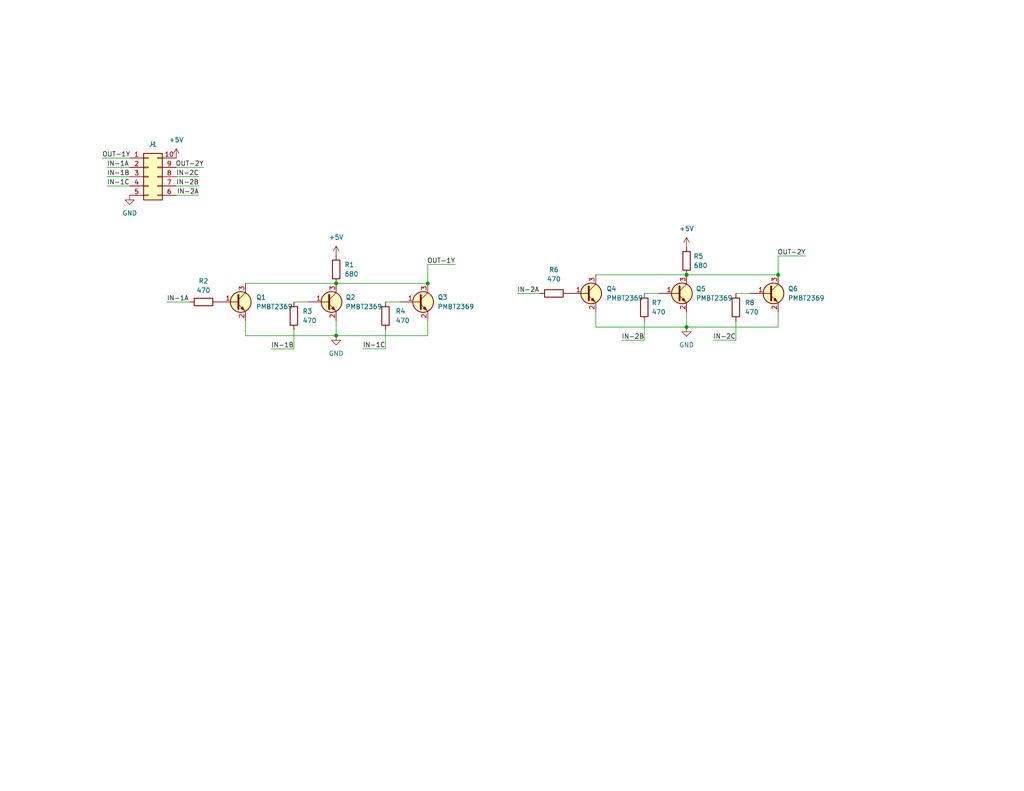
<source format=kicad_sch>
(kicad_sch
	(version 20250114)
	(generator "eeschema")
	(generator_version "9.0")
	(uuid "3512d202-c124-41da-8a5c-e24cf05bf0f1")
	(paper "USLetter")
	(title_block
		(title "Apollo Block II AGC DUAL Nor")
		(date "2024-09-25")
		(rev "1.0")
	)
	(lib_symbols
		(symbol "Connector_Generic:Conn_02x05_Counter_Clockwise"
			(pin_names
				(offset 1.016)
				(hide yes)
			)
			(exclude_from_sim no)
			(in_bom yes)
			(on_board yes)
			(property "Reference" "J"
				(at 1.27 7.62 0)
				(effects
					(font
						(size 1.27 1.27)
					)
				)
			)
			(property "Value" "Conn_02x05_Counter_Clockwise"
				(at 1.27 -7.62 0)
				(effects
					(font
						(size 1.27 1.27)
					)
				)
			)
			(property "Footprint" ""
				(at 0 0 0)
				(effects
					(font
						(size 1.27 1.27)
					)
					(hide yes)
				)
			)
			(property "Datasheet" "~"
				(at 0 0 0)
				(effects
					(font
						(size 1.27 1.27)
					)
					(hide yes)
				)
			)
			(property "Description" "Generic connector, double row, 02x05, counter clockwise pin numbering scheme (similar to DIP package numbering), script generated (kicad-library-utils/schlib/autogen/connector/)"
				(at 0 0 0)
				(effects
					(font
						(size 1.27 1.27)
					)
					(hide yes)
				)
			)
			(property "ki_keywords" "connector"
				(at 0 0 0)
				(effects
					(font
						(size 1.27 1.27)
					)
					(hide yes)
				)
			)
			(property "ki_fp_filters" "Connector*:*_2x??_*"
				(at 0 0 0)
				(effects
					(font
						(size 1.27 1.27)
					)
					(hide yes)
				)
			)
			(symbol "Conn_02x05_Counter_Clockwise_1_1"
				(rectangle
					(start -1.27 6.35)
					(end 3.81 -6.35)
					(stroke
						(width 0.254)
						(type default)
					)
					(fill
						(type background)
					)
				)
				(rectangle
					(start -1.27 5.207)
					(end 0 4.953)
					(stroke
						(width 0.1524)
						(type default)
					)
					(fill
						(type none)
					)
				)
				(rectangle
					(start -1.27 2.667)
					(end 0 2.413)
					(stroke
						(width 0.1524)
						(type default)
					)
					(fill
						(type none)
					)
				)
				(rectangle
					(start -1.27 0.127)
					(end 0 -0.127)
					(stroke
						(width 0.1524)
						(type default)
					)
					(fill
						(type none)
					)
				)
				(rectangle
					(start -1.27 -2.413)
					(end 0 -2.667)
					(stroke
						(width 0.1524)
						(type default)
					)
					(fill
						(type none)
					)
				)
				(rectangle
					(start -1.27 -4.953)
					(end 0 -5.207)
					(stroke
						(width 0.1524)
						(type default)
					)
					(fill
						(type none)
					)
				)
				(rectangle
					(start 3.81 5.207)
					(end 2.54 4.953)
					(stroke
						(width 0.1524)
						(type default)
					)
					(fill
						(type none)
					)
				)
				(rectangle
					(start 3.81 2.667)
					(end 2.54 2.413)
					(stroke
						(width 0.1524)
						(type default)
					)
					(fill
						(type none)
					)
				)
				(rectangle
					(start 3.81 0.127)
					(end 2.54 -0.127)
					(stroke
						(width 0.1524)
						(type default)
					)
					(fill
						(type none)
					)
				)
				(rectangle
					(start 3.81 -2.413)
					(end 2.54 -2.667)
					(stroke
						(width 0.1524)
						(type default)
					)
					(fill
						(type none)
					)
				)
				(rectangle
					(start 3.81 -4.953)
					(end 2.54 -5.207)
					(stroke
						(width 0.1524)
						(type default)
					)
					(fill
						(type none)
					)
				)
				(pin passive line
					(at -5.08 5.08 0)
					(length 3.81)
					(name "Pin_1"
						(effects
							(font
								(size 1.27 1.27)
							)
						)
					)
					(number "1"
						(effects
							(font
								(size 1.27 1.27)
							)
						)
					)
				)
				(pin passive line
					(at -5.08 2.54 0)
					(length 3.81)
					(name "Pin_2"
						(effects
							(font
								(size 1.27 1.27)
							)
						)
					)
					(number "2"
						(effects
							(font
								(size 1.27 1.27)
							)
						)
					)
				)
				(pin passive line
					(at -5.08 0 0)
					(length 3.81)
					(name "Pin_3"
						(effects
							(font
								(size 1.27 1.27)
							)
						)
					)
					(number "3"
						(effects
							(font
								(size 1.27 1.27)
							)
						)
					)
				)
				(pin passive line
					(at -5.08 -2.54 0)
					(length 3.81)
					(name "Pin_4"
						(effects
							(font
								(size 1.27 1.27)
							)
						)
					)
					(number "4"
						(effects
							(font
								(size 1.27 1.27)
							)
						)
					)
				)
				(pin passive line
					(at -5.08 -5.08 0)
					(length 3.81)
					(name "Pin_5"
						(effects
							(font
								(size 1.27 1.27)
							)
						)
					)
					(number "5"
						(effects
							(font
								(size 1.27 1.27)
							)
						)
					)
				)
				(pin passive line
					(at 7.62 5.08 180)
					(length 3.81)
					(name "Pin_10"
						(effects
							(font
								(size 1.27 1.27)
							)
						)
					)
					(number "10"
						(effects
							(font
								(size 1.27 1.27)
							)
						)
					)
				)
				(pin passive line
					(at 7.62 2.54 180)
					(length 3.81)
					(name "Pin_9"
						(effects
							(font
								(size 1.27 1.27)
							)
						)
					)
					(number "9"
						(effects
							(font
								(size 1.27 1.27)
							)
						)
					)
				)
				(pin passive line
					(at 7.62 0 180)
					(length 3.81)
					(name "Pin_8"
						(effects
							(font
								(size 1.27 1.27)
							)
						)
					)
					(number "8"
						(effects
							(font
								(size 1.27 1.27)
							)
						)
					)
				)
				(pin passive line
					(at 7.62 -2.54 180)
					(length 3.81)
					(name "Pin_7"
						(effects
							(font
								(size 1.27 1.27)
							)
						)
					)
					(number "7"
						(effects
							(font
								(size 1.27 1.27)
							)
						)
					)
				)
				(pin passive line
					(at 7.62 -5.08 180)
					(length 3.81)
					(name "Pin_6"
						(effects
							(font
								(size 1.27 1.27)
							)
						)
					)
					(number "6"
						(effects
							(font
								(size 1.27 1.27)
							)
						)
					)
				)
			)
			(embedded_fonts no)
		)
		(symbol "Device:R"
			(pin_numbers
				(hide yes)
			)
			(pin_names
				(offset 0)
			)
			(exclude_from_sim no)
			(in_bom yes)
			(on_board yes)
			(property "Reference" "R"
				(at 2.032 0 90)
				(effects
					(font
						(size 1.27 1.27)
					)
				)
			)
			(property "Value" "R"
				(at 0 0 90)
				(effects
					(font
						(size 1.27 1.27)
					)
				)
			)
			(property "Footprint" ""
				(at -1.778 0 90)
				(effects
					(font
						(size 1.27 1.27)
					)
					(hide yes)
				)
			)
			(property "Datasheet" "~"
				(at 0 0 0)
				(effects
					(font
						(size 1.27 1.27)
					)
					(hide yes)
				)
			)
			(property "Description" "Resistor"
				(at 0 0 0)
				(effects
					(font
						(size 1.27 1.27)
					)
					(hide yes)
				)
			)
			(property "ki_keywords" "R res resistor"
				(at 0 0 0)
				(effects
					(font
						(size 1.27 1.27)
					)
					(hide yes)
				)
			)
			(property "ki_fp_filters" "R_*"
				(at 0 0 0)
				(effects
					(font
						(size 1.27 1.27)
					)
					(hide yes)
				)
			)
			(symbol "R_0_1"
				(rectangle
					(start -1.016 -2.54)
					(end 1.016 2.54)
					(stroke
						(width 0.254)
						(type default)
					)
					(fill
						(type none)
					)
				)
			)
			(symbol "R_1_1"
				(pin passive line
					(at 0 3.81 270)
					(length 1.27)
					(name "~"
						(effects
							(font
								(size 1.27 1.27)
							)
						)
					)
					(number "1"
						(effects
							(font
								(size 1.27 1.27)
							)
						)
					)
				)
				(pin passive line
					(at 0 -3.81 90)
					(length 1.27)
					(name "~"
						(effects
							(font
								(size 1.27 1.27)
							)
						)
					)
					(number "2"
						(effects
							(font
								(size 1.27 1.27)
							)
						)
					)
				)
			)
			(embedded_fonts no)
		)
		(symbol "PCM_Transistor_BJT_AKL:PMBT2369"
			(pin_names
				(hide yes)
			)
			(exclude_from_sim no)
			(in_bom yes)
			(on_board yes)
			(property "Reference" "Q"
				(at 5.08 1.27 0)
				(effects
					(font
						(size 1.27 1.27)
					)
					(justify left)
				)
			)
			(property "Value" "PMBT2369"
				(at 5.08 -1.27 0)
				(effects
					(font
						(size 1.27 1.27)
					)
					(justify left)
				)
			)
			(property "Footprint" "Package_TO_SOT_SMD_AKL:SOT-23"
				(at 5.08 2.54 0)
				(effects
					(font
						(size 1.27 1.27)
					)
					(hide yes)
				)
			)
			(property "Datasheet" "https://www.tme.eu/Document/005c73166f2f7efc3c7c6be76df26790/PMBT2369.pdf"
				(at 0 0 0)
				(effects
					(font
						(size 1.27 1.27)
					)
					(hide yes)
				)
			)
			(property "Description" "NPN SOT-23 transistor, 15V, 200mA, 250mW, Alternate KiCAD Library"
				(at 0 0 0)
				(effects
					(font
						(size 1.27 1.27)
					)
					(hide yes)
				)
			)
			(property "ki_keywords" "transistor NPN 2N2369"
				(at 0 0 0)
				(effects
					(font
						(size 1.27 1.27)
					)
					(hide yes)
				)
			)
			(symbol "PMBT2369_0_1"
				(polyline
					(pts
						(xy 0.635 1.905) (xy 0.635 -1.905) (xy 0.635 -1.905)
					)
					(stroke
						(width 0.508)
						(type default)
					)
					(fill
						(type none)
					)
				)
				(polyline
					(pts
						(xy 0.635 0.635) (xy 2.54 2.54)
					)
					(stroke
						(width 0)
						(type default)
					)
					(fill
						(type none)
					)
				)
				(polyline
					(pts
						(xy 0.635 -0.635) (xy 2.54 -2.54) (xy 2.54 -2.54)
					)
					(stroke
						(width 0)
						(type default)
					)
					(fill
						(type none)
					)
				)
				(circle
					(center 1.27 0)
					(radius 2.8194)
					(stroke
						(width 0.254)
						(type default)
					)
					(fill
						(type background)
					)
				)
				(polyline
					(pts
						(xy 1.27 -1.778) (xy 1.778 -1.27) (xy 2.286 -2.286) (xy 1.27 -1.778) (xy 1.27 -1.778)
					)
					(stroke
						(width 0)
						(type default)
					)
					(fill
						(type outline)
					)
				)
			)
			(symbol "PMBT2369_1_1"
				(pin input line
					(at -5.08 0 0)
					(length 5.715)
					(name "B"
						(effects
							(font
								(size 1.27 1.27)
							)
						)
					)
					(number "1"
						(effects
							(font
								(size 1.27 1.27)
							)
						)
					)
				)
				(pin passive line
					(at 2.54 5.08 270)
					(length 2.54)
					(name "C"
						(effects
							(font
								(size 1.27 1.27)
							)
						)
					)
					(number "3"
						(effects
							(font
								(size 1.27 1.27)
							)
						)
					)
				)
				(pin passive line
					(at 2.54 -5.08 90)
					(length 2.54)
					(name "E"
						(effects
							(font
								(size 1.27 1.27)
							)
						)
					)
					(number "2"
						(effects
							(font
								(size 1.27 1.27)
							)
						)
					)
				)
			)
			(embedded_fonts no)
		)
		(symbol "power:+5V"
			(power)
			(pin_names
				(offset 0)
			)
			(exclude_from_sim no)
			(in_bom yes)
			(on_board yes)
			(property "Reference" "#PWR"
				(at 0 -3.81 0)
				(effects
					(font
						(size 1.27 1.27)
					)
					(hide yes)
				)
			)
			(property "Value" "+5V"
				(at 0 3.556 0)
				(effects
					(font
						(size 1.27 1.27)
					)
				)
			)
			(property "Footprint" ""
				(at 0 0 0)
				(effects
					(font
						(size 1.27 1.27)
					)
					(hide yes)
				)
			)
			(property "Datasheet" ""
				(at 0 0 0)
				(effects
					(font
						(size 1.27 1.27)
					)
					(hide yes)
				)
			)
			(property "Description" "Power symbol creates a global label with name \"+5V\""
				(at 0 0 0)
				(effects
					(font
						(size 1.27 1.27)
					)
					(hide yes)
				)
			)
			(property "ki_keywords" "global power"
				(at 0 0 0)
				(effects
					(font
						(size 1.27 1.27)
					)
					(hide yes)
				)
			)
			(symbol "+5V_0_1"
				(polyline
					(pts
						(xy -0.762 1.27) (xy 0 2.54)
					)
					(stroke
						(width 0)
						(type default)
					)
					(fill
						(type none)
					)
				)
				(polyline
					(pts
						(xy 0 2.54) (xy 0.762 1.27)
					)
					(stroke
						(width 0)
						(type default)
					)
					(fill
						(type none)
					)
				)
				(polyline
					(pts
						(xy 0 0) (xy 0 2.54)
					)
					(stroke
						(width 0)
						(type default)
					)
					(fill
						(type none)
					)
				)
			)
			(symbol "+5V_1_1"
				(pin power_in line
					(at 0 0 90)
					(length 0)
					(hide yes)
					(name "+5V"
						(effects
							(font
								(size 1.27 1.27)
							)
						)
					)
					(number "1"
						(effects
							(font
								(size 1.27 1.27)
							)
						)
					)
				)
			)
			(embedded_fonts no)
		)
		(symbol "power:GND"
			(power)
			(pin_names
				(offset 0)
			)
			(exclude_from_sim no)
			(in_bom yes)
			(on_board yes)
			(property "Reference" "#PWR"
				(at 0 -6.35 0)
				(effects
					(font
						(size 1.27 1.27)
					)
					(hide yes)
				)
			)
			(property "Value" "GND"
				(at 0 -3.81 0)
				(effects
					(font
						(size 1.27 1.27)
					)
				)
			)
			(property "Footprint" ""
				(at 0 0 0)
				(effects
					(font
						(size 1.27 1.27)
					)
					(hide yes)
				)
			)
			(property "Datasheet" ""
				(at 0 0 0)
				(effects
					(font
						(size 1.27 1.27)
					)
					(hide yes)
				)
			)
			(property "Description" "Power symbol creates a global label with name \"GND\" , ground"
				(at 0 0 0)
				(effects
					(font
						(size 1.27 1.27)
					)
					(hide yes)
				)
			)
			(property "ki_keywords" "global power"
				(at 0 0 0)
				(effects
					(font
						(size 1.27 1.27)
					)
					(hide yes)
				)
			)
			(symbol "GND_0_1"
				(polyline
					(pts
						(xy 0 0) (xy 0 -1.27) (xy 1.27 -1.27) (xy 0 -2.54) (xy -1.27 -1.27) (xy 0 -1.27)
					)
					(stroke
						(width 0)
						(type default)
					)
					(fill
						(type none)
					)
				)
			)
			(symbol "GND_1_1"
				(pin power_in line
					(at 0 0 270)
					(length 0)
					(hide yes)
					(name "GND"
						(effects
							(font
								(size 1.27 1.27)
							)
						)
					)
					(number "1"
						(effects
							(font
								(size 1.27 1.27)
							)
						)
					)
				)
			)
			(embedded_fonts no)
		)
	)
	(junction
		(at 91.7194 91.6432)
		(diameter 0)
		(color 0 0 0 0)
		(uuid "8a336a17-786f-4e99-b857-979b9e8af481")
	)
	(junction
		(at 212.3186 75.0316)
		(diameter 0)
		(color 0 0 0 0)
		(uuid "8c08ba7f-c595-4512-81ed-eea7cbd4c1af")
	)
	(junction
		(at 187.325 89.3064)
		(diameter 0)
		(color 0 0 0 0)
		(uuid "c448f45a-a27f-4616-93da-db27f850493f")
	)
	(junction
		(at 91.7194 77.3684)
		(diameter 0)
		(color 0 0 0 0)
		(uuid "d7b2d529-9044-42a1-a3c4-0c470df96ed0")
	)
	(junction
		(at 116.713 77.3684)
		(diameter 0)
		(color 0 0 0 0)
		(uuid "da562543-d5ee-455f-86e3-22bbbbf14cac")
	)
	(junction
		(at 187.325 75.0316)
		(diameter 0)
		(color 0 0 0 0)
		(uuid "dad3fe3e-f5bf-4768-82f4-c512645a8d4b")
	)
	(wire
		(pts
			(xy 187.325 75.0316) (xy 162.56 75.0316)
		)
		(stroke
			(width 0)
			(type default)
		)
		(uuid "00a09d1f-9c13-46b1-9e95-10c5d67a21b8")
	)
	(wire
		(pts
			(xy 91.7194 77.3684) (xy 116.713 77.3684)
		)
		(stroke
			(width 0)
			(type default)
		)
		(uuid "0f187a35-9d2e-4b58-950f-f8535cc5e71e")
	)
	(wire
		(pts
			(xy 98.9838 95.2246) (xy 105.1814 95.2246)
		)
		(stroke
			(width 0)
			(type default)
		)
		(uuid "162d1e30-2255-428d-a161-bb4f6e3dd84a")
	)
	(wire
		(pts
			(xy 48.0822 48.2346) (xy 54.2798 48.2346)
		)
		(stroke
			(width 0)
			(type default)
		)
		(uuid "2614c9ce-ead7-43f5-acf7-37acb56d10c6")
	)
	(wire
		(pts
			(xy 212.3186 75.0316) (xy 212.3186 69.8754)
		)
		(stroke
			(width 0)
			(type default)
		)
		(uuid "30555689-4046-4fe4-b16a-bce51bf15679")
	)
	(wire
		(pts
			(xy 162.56 89.3064) (xy 187.325 89.3064)
		)
		(stroke
			(width 0)
			(type default)
		)
		(uuid "320f2e3f-5502-410f-b786-cda1cafff7b1")
	)
	(wire
		(pts
			(xy 219.837 69.8754) (xy 212.3186 69.8754)
		)
		(stroke
			(width 0)
			(type default)
		)
		(uuid "37be4351-b9e7-4782-90ac-905ccb615d48")
	)
	(wire
		(pts
			(xy 66.9544 87.5284) (xy 66.9544 91.6432)
		)
		(stroke
			(width 0)
			(type default)
		)
		(uuid "37cd28db-b9c8-42ad-8e60-95a538d31b65")
	)
	(wire
		(pts
			(xy 66.9544 91.6432) (xy 91.7194 91.6432)
		)
		(stroke
			(width 0)
			(type default)
		)
		(uuid "3a30d3b8-0b2c-4937-b210-639d41615541")
	)
	(wire
		(pts
			(xy 175.7934 87.7316) (xy 175.7934 92.9132)
		)
		(stroke
			(width 0)
			(type default)
		)
		(uuid "430f2720-36c8-426e-b07c-d5f42eb323cf")
	)
	(wire
		(pts
			(xy 116.713 91.6432) (xy 116.713 87.5284)
		)
		(stroke
			(width 0)
			(type default)
		)
		(uuid "46d7e328-4a4e-431c-9b52-755af6987621")
	)
	(wire
		(pts
			(xy 175.7934 80.1116) (xy 179.705 80.1116)
		)
		(stroke
			(width 0)
			(type default)
		)
		(uuid "4844ff10-6d9a-4850-965b-f3a850aa3104")
	)
	(wire
		(pts
			(xy 200.787 80.1116) (xy 204.6986 80.1116)
		)
		(stroke
			(width 0)
			(type default)
		)
		(uuid "4bfb7234-2517-4664-b1f8-09a907ec84c9")
	)
	(wire
		(pts
			(xy 73.9902 95.25) (xy 80.1878 95.25)
		)
		(stroke
			(width 0)
			(type default)
		)
		(uuid "4f2d7de2-f563-4903-9290-fc9d37f545e2")
	)
	(wire
		(pts
			(xy 48.0822 50.7746) (xy 54.2798 50.7746)
		)
		(stroke
			(width 0)
			(type default)
		)
		(uuid "508176c8-fc5b-45e8-924a-d474c69ec64d")
	)
	(wire
		(pts
			(xy 141.1224 80.1116) (xy 147.32 80.1116)
		)
		(stroke
			(width 0)
			(type default)
		)
		(uuid "5635c076-de29-4198-884b-d475bd06993c")
	)
	(wire
		(pts
			(xy 162.56 85.1916) (xy 162.56 89.3064)
		)
		(stroke
			(width 0)
			(type default)
		)
		(uuid "6b1c76c9-7b92-4623-b9d2-4f704c235b14")
	)
	(wire
		(pts
			(xy 187.325 75.0316) (xy 212.3186 75.0316)
		)
		(stroke
			(width 0)
			(type default)
		)
		(uuid "704015ef-a50d-4843-82a0-80da44c9c4b8")
	)
	(wire
		(pts
			(xy 91.7194 87.5284) (xy 91.7194 91.6432)
		)
		(stroke
			(width 0)
			(type default)
		)
		(uuid "72890c73-8d91-4efc-81eb-ad4a084a24a7")
	)
	(wire
		(pts
			(xy 200.787 87.7316) (xy 200.787 92.8878)
		)
		(stroke
			(width 0)
			(type default)
		)
		(uuid "7f76699b-6736-45f9-af32-4e484f3b9999")
	)
	(wire
		(pts
			(xy 80.1878 90.0684) (xy 80.1878 95.25)
		)
		(stroke
			(width 0)
			(type default)
		)
		(uuid "7ff9ce42-5ad3-4b8a-b86d-bb18748b0fbe")
	)
	(wire
		(pts
			(xy 212.3186 85.1916) (xy 212.3186 89.3064)
		)
		(stroke
			(width 0)
			(type default)
		)
		(uuid "804583f5-dd07-407c-a328-32287bb89cd7")
	)
	(wire
		(pts
			(xy 91.7194 77.3684) (xy 66.9544 77.3684)
		)
		(stroke
			(width 0)
			(type default)
		)
		(uuid "80635c37-cb63-4b86-8ab3-c25e363c609c")
	)
	(wire
		(pts
			(xy 29.1846 45.6946) (xy 35.3822 45.6946)
		)
		(stroke
			(width 0)
			(type default)
		)
		(uuid "81674fd6-cdc2-4d1f-8dca-53bc506fd583")
	)
	(wire
		(pts
			(xy 29.1846 48.2346) (xy 35.3822 48.2346)
		)
		(stroke
			(width 0)
			(type default)
		)
		(uuid "82b51cd5-4f92-4aa5-a9f6-3dba18213030")
	)
	(wire
		(pts
			(xy 169.5958 92.9132) (xy 175.7934 92.9132)
		)
		(stroke
			(width 0)
			(type default)
		)
		(uuid "991c1e16-a82d-41af-8de9-224524eebf08")
	)
	(wire
		(pts
			(xy 27.8638 43.1546) (xy 35.3822 43.1546)
		)
		(stroke
			(width 0)
			(type default)
		)
		(uuid "a3769e1e-5914-40ed-89a3-9ccfdcf733a5")
	)
	(wire
		(pts
			(xy 194.5894 92.8878) (xy 200.787 92.8878)
		)
		(stroke
			(width 0)
			(type default)
		)
		(uuid "a4fbb7be-de01-4e0f-996d-35da4b019818")
	)
	(wire
		(pts
			(xy 45.5168 82.4484) (xy 51.7144 82.4484)
		)
		(stroke
			(width 0)
			(type default)
		)
		(uuid "a5f6036a-d841-420a-a4d0-7b5ff76c4feb")
	)
	(wire
		(pts
			(xy 187.325 85.1916) (xy 187.325 89.3064)
		)
		(stroke
			(width 0)
			(type default)
		)
		(uuid "a76560ae-f521-4505-b317-2f17da0e6214")
	)
	(wire
		(pts
			(xy 91.7194 91.6432) (xy 116.713 91.6432)
		)
		(stroke
			(width 0)
			(type default)
		)
		(uuid "ab3e040e-91ca-4d6f-8b1a-6056d472c103")
	)
	(wire
		(pts
			(xy 187.325 89.3064) (xy 212.3186 89.3064)
		)
		(stroke
			(width 0)
			(type default)
		)
		(uuid "b67fed49-48fd-4f7c-b70b-c1218a43f1d4")
	)
	(wire
		(pts
			(xy 80.1878 82.4484) (xy 84.0994 82.4484)
		)
		(stroke
			(width 0)
			(type default)
		)
		(uuid "db01fa74-51ce-46aa-b9fd-80a014a4387b")
	)
	(wire
		(pts
			(xy 105.1814 82.4484) (xy 109.093 82.4484)
		)
		(stroke
			(width 0)
			(type default)
		)
		(uuid "e3e69f64-15c0-40dd-abbc-2c46a6aab2bd")
	)
	(wire
		(pts
			(xy 116.713 77.3684) (xy 116.713 72.2122)
		)
		(stroke
			(width 0)
			(type default)
		)
		(uuid "e76b642c-1a08-4ea8-84d9-c367e542fed0")
	)
	(wire
		(pts
			(xy 48.0822 53.3146) (xy 54.2798 53.3146)
		)
		(stroke
			(width 0)
			(type default)
		)
		(uuid "e7ff11ad-e387-4542-b9cd-6617d6803524")
	)
	(wire
		(pts
			(xy 105.1814 90.0684) (xy 105.1814 95.2246)
		)
		(stroke
			(width 0)
			(type default)
		)
		(uuid "eaab1a7d-e06a-4423-8d9e-6a5cbd72bf7c")
	)
	(wire
		(pts
			(xy 124.2314 72.2122) (xy 116.713 72.2122)
		)
		(stroke
			(width 0)
			(type default)
		)
		(uuid "eccfd930-224a-4879-8ac8-3c41e947fab3")
	)
	(wire
		(pts
			(xy 48.0822 45.6946) (xy 55.6006 45.6946)
		)
		(stroke
			(width 0)
			(type default)
		)
		(uuid "ee1ca52b-451f-4aae-8586-49b72f99ae98")
	)
	(wire
		(pts
			(xy 29.1846 50.7746) (xy 35.3822 50.7746)
		)
		(stroke
			(width 0)
			(type default)
		)
		(uuid "fbdc2904-af10-4bbe-850c-c339cbbff602")
	)
	(label "IN-1B"
		(at 29.1846 48.2346 0)
		(effects
			(font
				(size 1.27 1.27)
			)
			(justify left bottom)
		)
		(uuid "02296cb0-4d30-42f4-93a4-8977af84ae0d")
	)
	(label "OUT-1Y"
		(at 27.8638 43.1546 0)
		(effects
			(font
				(size 1.27 1.27)
			)
			(justify left bottom)
		)
		(uuid "0c0e1d43-5ffc-463b-a09e-cf3ead39abd4")
	)
	(label "IN-2A"
		(at 54.2798 53.3146 180)
		(effects
			(font
				(size 1.27 1.27)
			)
			(justify right bottom)
		)
		(uuid "143a571a-962c-4d3a-8541-9302571ca1a9")
	)
	(label "IN-2C"
		(at 54.2798 48.2346 180)
		(effects
			(font
				(size 1.27 1.27)
			)
			(justify right bottom)
		)
		(uuid "36e1fb25-35d9-4711-8052-5535d4f851cf")
	)
	(label "OUT-2Y"
		(at 55.6006 45.6946 180)
		(effects
			(font
				(size 1.27 1.27)
			)
			(justify right bottom)
		)
		(uuid "3f4ba8ba-4073-42a6-9085-1bca6e0df9b0")
	)
	(label "IN-1A"
		(at 29.1846 45.6946 0)
		(effects
			(font
				(size 1.27 1.27)
			)
			(justify left bottom)
		)
		(uuid "41564453-82b4-4daa-94f4-3948efef68e3")
	)
	(label "OUT-1Y"
		(at 124.2314 72.2122 180)
		(effects
			(font
				(size 1.27 1.27)
			)
			(justify right bottom)
		)
		(uuid "51d363f4-0bb2-42c0-b70b-63a0d439074b")
	)
	(label "IN-2B"
		(at 54.2798 50.7746 180)
		(effects
			(font
				(size 1.27 1.27)
			)
			(justify right bottom)
		)
		(uuid "77a38a4f-432d-4234-9682-13dbcaba8de2")
	)
	(label "IN-2A"
		(at 141.1224 80.1116 0)
		(effects
			(font
				(size 1.27 1.27)
			)
			(justify left bottom)
		)
		(uuid "7ee1964e-71c9-492f-b244-b882b7a5bc49")
	)
	(label "IN-1C"
		(at 29.1846 50.7746 0)
		(effects
			(font
				(size 1.27 1.27)
			)
			(justify left bottom)
		)
		(uuid "8564aa72-480e-42db-ae0a-977b5b8426c7")
	)
	(label "IN-2C"
		(at 194.5894 92.8878 0)
		(effects
			(font
				(size 1.27 1.27)
			)
			(justify left bottom)
		)
		(uuid "874ac0c9-2d68-4220-bc5a-9a5235493aa7")
	)
	(label "OUT-2Y"
		(at 219.837 69.8754 180)
		(effects
			(font
				(size 1.27 1.27)
			)
			(justify right bottom)
		)
		(uuid "8d22562e-519f-4f3f-aa96-bedc51c66066")
	)
	(label "IN-2B"
		(at 169.5958 92.9132 0)
		(effects
			(font
				(size 1.27 1.27)
			)
			(justify left bottom)
		)
		(uuid "b5a206cb-25ab-4781-8cf7-8b6f0fe27a7f")
	)
	(label "IN-1B"
		(at 73.9902 95.25 0)
		(effects
			(font
				(size 1.27 1.27)
			)
			(justify left bottom)
		)
		(uuid "ca03c1ca-8478-48fe-8690-f404cb5d28ce")
	)
	(label "IN-1C"
		(at 98.9838 95.2246 0)
		(effects
			(font
				(size 1.27 1.27)
			)
			(justify left bottom)
		)
		(uuid "e0b38c9e-1aea-472f-b2d1-db2cf3419a09")
	)
	(label "IN-1A"
		(at 45.5168 82.4484 0)
		(effects
			(font
				(size 1.27 1.27)
			)
			(justify left bottom)
		)
		(uuid "f9402a30-c876-4d14-930c-958266e265a6")
	)
	(symbol
		(lib_id "Device:R")
		(at 200.787 83.9216 180)
		(unit 1)
		(exclude_from_sim no)
		(in_bom yes)
		(on_board yes)
		(dnp no)
		(fields_autoplaced yes)
		(uuid "0076f077-6a3d-43c8-9dd9-53c3651c18ea")
		(property "Reference" "R8"
			(at 203.2 82.6516 0)
			(effects
				(font
					(size 1.27 1.27)
				)
				(justify right)
			)
		)
		(property "Value" "470"
			(at 203.2 85.1916 0)
			(effects
				(font
					(size 1.27 1.27)
				)
				(justify right)
			)
		)
		(property "Footprint" "Resistor_SMD:R_0603_1608Metric"
			(at 202.565 83.9216 90)
			(effects
				(font
					(size 1.27 1.27)
				)
				(hide yes)
			)
		)
		(property "Datasheet" "~"
			(at 200.787 83.9216 0)
			(effects
				(font
					(size 1.27 1.27)
				)
				(hide yes)
			)
		)
		(property "Description" ""
			(at 200.787 83.9216 0)
			(effects
				(font
					(size 1.27 1.27)
				)
			)
		)
		(pin "1"
			(uuid "7cd5f1f3-9e4b-4c3d-ab04-e791f4098d79")
		)
		(pin "2"
			(uuid "8e072873-7021-4252-9b4d-6ef9dd07eb2e")
		)
		(instances
			(project "RTL-Logic-Gates"
				(path "/3512d202-c124-41da-8a5c-e24cf05bf0f1"
					(reference "R8")
					(unit 1)
				)
			)
		)
	)
	(symbol
		(lib_id "Device:R")
		(at 105.1814 86.2584 180)
		(unit 1)
		(exclude_from_sim no)
		(in_bom yes)
		(on_board yes)
		(dnp no)
		(fields_autoplaced yes)
		(uuid "03ab95bd-0558-49d7-91f9-be6ff42ba55c")
		(property "Reference" "R4"
			(at 107.95 84.9884 0)
			(effects
				(font
					(size 1.27 1.27)
				)
				(justify right)
			)
		)
		(property "Value" "470"
			(at 107.95 87.5284 0)
			(effects
				(font
					(size 1.27 1.27)
				)
				(justify right)
			)
		)
		(property "Footprint" "Resistor_SMD:R_0603_1608Metric"
			(at 106.9594 86.2584 90)
			(effects
				(font
					(size 1.27 1.27)
				)
				(hide yes)
			)
		)
		(property "Datasheet" "~"
			(at 105.1814 86.2584 0)
			(effects
				(font
					(size 1.27 1.27)
				)
				(hide yes)
			)
		)
		(property "Description" ""
			(at 105.1814 86.2584 0)
			(effects
				(font
					(size 1.27 1.27)
				)
			)
		)
		(pin "1"
			(uuid "97b7737c-9603-4f07-891c-aca4c43cdcdf")
		)
		(pin "2"
			(uuid "8ef2351c-9e27-4da6-a05c-62a22653ce50")
		)
		(instances
			(project "RTL-Logic-Gates"
				(path "/3512d202-c124-41da-8a5c-e24cf05bf0f1"
					(reference "R4")
					(unit 1)
				)
			)
		)
	)
	(symbol
		(lib_id "PCM_Transistor_BJT_AKL:PMBT2369")
		(at 209.7786 80.1116 0)
		(unit 1)
		(exclude_from_sim no)
		(in_bom yes)
		(on_board yes)
		(dnp no)
		(fields_autoplaced yes)
		(uuid "0d4471ed-8677-452c-aa3b-44ffcfa9a24e")
		(property "Reference" "Q6"
			(at 214.9856 78.8416 0)
			(effects
				(font
					(size 1.27 1.27)
				)
				(justify left)
			)
		)
		(property "Value" "PMBT2369"
			(at 214.9856 81.3816 0)
			(effects
				(font
					(size 1.27 1.27)
				)
				(justify left)
			)
		)
		(property "Footprint" "PCM_Package_TO_SOT_SMD_AKL:SOT-23"
			(at 214.8586 77.5716 0)
			(effects
				(font
					(size 1.27 1.27)
				)
				(hide yes)
			)
		)
		(property "Datasheet" "https://www.tme.eu/Document/005c73166f2f7efc3c7c6be76df26790/PMBT2369.pdf"
			(at 209.7786 80.1116 0)
			(effects
				(font
					(size 1.27 1.27)
				)
				(hide yes)
			)
		)
		(property "Description" ""
			(at 209.7786 80.1116 0)
			(effects
				(font
					(size 1.27 1.27)
				)
			)
		)
		(pin "1"
			(uuid "ac5fc5f8-ab3f-43d0-985f-d75e13ebd567")
		)
		(pin "2"
			(uuid "7b2d8951-9729-4203-a134-7e15ab98e225")
		)
		(pin "3"
			(uuid "3df09424-9a6a-4c36-b551-a2fd88a42c91")
		)
		(instances
			(project "RTL-Logic-Gates"
				(path "/3512d202-c124-41da-8a5c-e24cf05bf0f1"
					(reference "Q6")
					(unit 1)
				)
			)
		)
	)
	(symbol
		(lib_id "power:+5V")
		(at 91.7194 69.7484 0)
		(unit 1)
		(exclude_from_sim no)
		(in_bom yes)
		(on_board yes)
		(dnp no)
		(fields_autoplaced yes)
		(uuid "16f6ad9c-6375-488c-afa2-07178fd58bbd")
		(property "Reference" "#PWR01"
			(at 91.7194 73.5584 0)
			(effects
				(font
					(size 1.27 1.27)
				)
				(hide yes)
			)
		)
		(property "Value" "+5V"
			(at 91.7194 64.77 0)
			(effects
				(font
					(size 1.27 1.27)
				)
			)
		)
		(property "Footprint" ""
			(at 91.7194 69.7484 0)
			(effects
				(font
					(size 1.27 1.27)
				)
				(hide yes)
			)
		)
		(property "Datasheet" ""
			(at 91.7194 69.7484 0)
			(effects
				(font
					(size 1.27 1.27)
				)
				(hide yes)
			)
		)
		(property "Description" ""
			(at 91.7194 69.7484 0)
			(effects
				(font
					(size 1.27 1.27)
				)
			)
		)
		(pin "1"
			(uuid "b0244fd2-c4fd-4573-a64f-231d0c1b54a8")
		)
		(instances
			(project "RTL-Logic-Gates"
				(path "/3512d202-c124-41da-8a5c-e24cf05bf0f1"
					(reference "#PWR01")
					(unit 1)
				)
			)
		)
	)
	(symbol
		(lib_id "Device:R")
		(at 151.13 80.1116 90)
		(unit 1)
		(exclude_from_sim no)
		(in_bom yes)
		(on_board yes)
		(dnp no)
		(fields_autoplaced yes)
		(uuid "2358ba0f-dfc1-4b41-993d-c2936f70cabd")
		(property "Reference" "R6"
			(at 151.13 73.66 90)
			(effects
				(font
					(size 1.27 1.27)
				)
			)
		)
		(property "Value" "470"
			(at 151.13 76.2 90)
			(effects
				(font
					(size 1.27 1.27)
				)
			)
		)
		(property "Footprint" "Resistor_SMD:R_0603_1608Metric"
			(at 151.13 81.8896 90)
			(effects
				(font
					(size 1.27 1.27)
				)
				(hide yes)
			)
		)
		(property "Datasheet" "~"
			(at 151.13 80.1116 0)
			(effects
				(font
					(size 1.27 1.27)
				)
				(hide yes)
			)
		)
		(property "Description" ""
			(at 151.13 80.1116 0)
			(effects
				(font
					(size 1.27 1.27)
				)
			)
		)
		(pin "1"
			(uuid "190475d7-96ea-4b62-a839-f5b1e2e7f6fc")
		)
		(pin "2"
			(uuid "00aacdeb-d5f3-450e-a990-618dc6b7624b")
		)
		(instances
			(project "RTL-Logic-Gates"
				(path "/3512d202-c124-41da-8a5c-e24cf05bf0f1"
					(reference "R6")
					(unit 1)
				)
			)
		)
	)
	(symbol
		(lib_id "power:+5V")
		(at 48.0822 43.1546 0)
		(unit 1)
		(exclude_from_sim no)
		(in_bom yes)
		(on_board yes)
		(dnp no)
		(fields_autoplaced yes)
		(uuid "2d27142d-6699-4360-b4fe-726fa08bc7d9")
		(property "Reference" "#PWR06"
			(at 48.0822 46.9646 0)
			(effects
				(font
					(size 1.27 1.27)
				)
				(hide yes)
			)
		)
		(property "Value" "+5V"
			(at 48.0822 38.1762 0)
			(effects
				(font
					(size 1.27 1.27)
				)
			)
		)
		(property "Footprint" ""
			(at 48.0822 43.1546 0)
			(effects
				(font
					(size 1.27 1.27)
				)
				(hide yes)
			)
		)
		(property "Datasheet" ""
			(at 48.0822 43.1546 0)
			(effects
				(font
					(size 1.27 1.27)
				)
				(hide yes)
			)
		)
		(property "Description" ""
			(at 48.0822 43.1546 0)
			(effects
				(font
					(size 1.27 1.27)
				)
			)
		)
		(pin "1"
			(uuid "e11b0a0e-8842-45f7-86d8-f2225cdb38a5")
		)
		(instances
			(project "RTL-Logic-Gates"
				(path "/3512d202-c124-41da-8a5c-e24cf05bf0f1"
					(reference "#PWR06")
					(unit 1)
				)
			)
		)
	)
	(symbol
		(lib_id "power:+5V")
		(at 187.325 67.4116 0)
		(unit 1)
		(exclude_from_sim no)
		(in_bom yes)
		(on_board yes)
		(dnp no)
		(fields_autoplaced yes)
		(uuid "2f97bbc0-d6c0-43ae-bed6-fbf0d2314ca6")
		(property "Reference" "#PWR03"
			(at 187.325 71.2216 0)
			(effects
				(font
					(size 1.27 1.27)
				)
				(hide yes)
			)
		)
		(property "Value" "+5V"
			(at 187.325 62.4332 0)
			(effects
				(font
					(size 1.27 1.27)
				)
			)
		)
		(property "Footprint" ""
			(at 187.325 67.4116 0)
			(effects
				(font
					(size 1.27 1.27)
				)
				(hide yes)
			)
		)
		(property "Datasheet" ""
			(at 187.325 67.4116 0)
			(effects
				(font
					(size 1.27 1.27)
				)
				(hide yes)
			)
		)
		(property "Description" ""
			(at 187.325 67.4116 0)
			(effects
				(font
					(size 1.27 1.27)
				)
			)
		)
		(pin "1"
			(uuid "08facb08-e3d7-482b-9e17-08062b323a07")
		)
		(instances
			(project "RTL-Logic-Gates"
				(path "/3512d202-c124-41da-8a5c-e24cf05bf0f1"
					(reference "#PWR03")
					(unit 1)
				)
			)
		)
	)
	(symbol
		(lib_id "PCM_Transistor_BJT_AKL:PMBT2369")
		(at 64.4144 82.4484 0)
		(unit 1)
		(exclude_from_sim no)
		(in_bom yes)
		(on_board yes)
		(dnp no)
		(fields_autoplaced yes)
		(uuid "33e59f9c-07e3-4fbc-ac41-0db59b51cc12")
		(property "Reference" "Q1"
			(at 69.85 81.1784 0)
			(effects
				(font
					(size 1.27 1.27)
				)
				(justify left)
			)
		)
		(property "Value" "PMBT2369"
			(at 69.85 83.7184 0)
			(effects
				(font
					(size 1.27 1.27)
				)
				(justify left)
			)
		)
		(property "Footprint" "PCM_Package_TO_SOT_SMD_AKL:SOT-23"
			(at 69.4944 79.9084 0)
			(effects
				(font
					(size 1.27 1.27)
				)
				(hide yes)
			)
		)
		(property "Datasheet" "https://www.tme.eu/Document/005c73166f2f7efc3c7c6be76df26790/PMBT2369.pdf"
			(at 64.4144 82.4484 0)
			(effects
				(font
					(size 1.27 1.27)
				)
				(hide yes)
			)
		)
		(property "Description" ""
			(at 64.4144 82.4484 0)
			(effects
				(font
					(size 1.27 1.27)
				)
			)
		)
		(pin "1"
			(uuid "5b511571-d078-4827-acf7-c5c47b03e1a6")
		)
		(pin "2"
			(uuid "90a0a04b-8c2b-4eda-a60f-f421af37fa4b")
		)
		(pin "3"
			(uuid "1c2bce4b-284b-4bec-9a51-6b4324362abf")
		)
		(instances
			(project "RTL-Logic-Gates"
				(path "/3512d202-c124-41da-8a5c-e24cf05bf0f1"
					(reference "Q1")
					(unit 1)
				)
			)
		)
	)
	(symbol
		(lib_id "Device:R")
		(at 91.7194 73.5584 180)
		(unit 1)
		(exclude_from_sim no)
		(in_bom yes)
		(on_board yes)
		(dnp no)
		(fields_autoplaced yes)
		(uuid "3c856bab-5d53-4382-bf26-ed6a1a96b4f8")
		(property "Reference" "R1"
			(at 93.98 72.2884 0)
			(effects
				(font
					(size 1.27 1.27)
				)
				(justify right)
			)
		)
		(property "Value" "680"
			(at 93.98 74.8284 0)
			(effects
				(font
					(size 1.27 1.27)
				)
				(justify right)
			)
		)
		(property "Footprint" "Resistor_SMD:R_0603_1608Metric"
			(at 93.4974 73.5584 90)
			(effects
				(font
					(size 1.27 1.27)
				)
				(hide yes)
			)
		)
		(property "Datasheet" "~"
			(at 91.7194 73.5584 0)
			(effects
				(font
					(size 1.27 1.27)
				)
				(hide yes)
			)
		)
		(property "Description" ""
			(at 91.7194 73.5584 0)
			(effects
				(font
					(size 1.27 1.27)
				)
			)
		)
		(pin "1"
			(uuid "f3cea7c4-dc40-46ff-91a1-a45e60c52416")
		)
		(pin "2"
			(uuid "590f3398-aafe-40c7-8c43-b89d9227a163")
		)
		(instances
			(project "RTL-Logic-Gates"
				(path "/3512d202-c124-41da-8a5c-e24cf05bf0f1"
					(reference "R1")
					(unit 1)
				)
			)
		)
	)
	(symbol
		(lib_id "power:GND")
		(at 91.7194 91.6432 0)
		(unit 1)
		(exclude_from_sim no)
		(in_bom yes)
		(on_board yes)
		(dnp no)
		(fields_autoplaced yes)
		(uuid "4ecb9f85-810a-40de-a176-fc4a2a5ccb41")
		(property "Reference" "#PWR02"
			(at 91.7194 97.9932 0)
			(effects
				(font
					(size 1.27 1.27)
				)
				(hide yes)
			)
		)
		(property "Value" "GND"
			(at 91.7194 96.52 0)
			(effects
				(font
					(size 1.27 1.27)
				)
			)
		)
		(property "Footprint" ""
			(at 91.7194 91.6432 0)
			(effects
				(font
					(size 1.27 1.27)
				)
				(hide yes)
			)
		)
		(property "Datasheet" ""
			(at 91.7194 91.6432 0)
			(effects
				(font
					(size 1.27 1.27)
				)
				(hide yes)
			)
		)
		(property "Description" ""
			(at 91.7194 91.6432 0)
			(effects
				(font
					(size 1.27 1.27)
				)
			)
		)
		(pin "1"
			(uuid "31cd9f99-2877-478f-917c-0d24ce4b4d37")
		)
		(instances
			(project "RTL-Logic-Gates"
				(path "/3512d202-c124-41da-8a5c-e24cf05bf0f1"
					(reference "#PWR02")
					(unit 1)
				)
			)
		)
	)
	(symbol
		(lib_id "Device:R")
		(at 175.7934 83.9216 180)
		(unit 1)
		(exclude_from_sim no)
		(in_bom yes)
		(on_board yes)
		(dnp no)
		(fields_autoplaced yes)
		(uuid "59a9aa1e-0bc4-4f40-b2d9-d373b1bc8b42")
		(property "Reference" "R7"
			(at 177.8 82.6516 0)
			(effects
				(font
					(size 1.27 1.27)
				)
				(justify right)
			)
		)
		(property "Value" "470"
			(at 177.8 85.1916 0)
			(effects
				(font
					(size 1.27 1.27)
				)
				(justify right)
			)
		)
		(property "Footprint" "Resistor_SMD:R_0603_1608Metric"
			(at 177.5714 83.9216 90)
			(effects
				(font
					(size 1.27 1.27)
				)
				(hide yes)
			)
		)
		(property "Datasheet" "~"
			(at 175.7934 83.9216 0)
			(effects
				(font
					(size 1.27 1.27)
				)
				(hide yes)
			)
		)
		(property "Description" ""
			(at 175.7934 83.9216 0)
			(effects
				(font
					(size 1.27 1.27)
				)
			)
		)
		(pin "1"
			(uuid "464c1716-e915-48d6-bec5-5679fd0b7324")
		)
		(pin "2"
			(uuid "20510d7f-c3ac-486e-8b6c-c9d9e69e89d3")
		)
		(instances
			(project "RTL-Logic-Gates"
				(path "/3512d202-c124-41da-8a5c-e24cf05bf0f1"
					(reference "R7")
					(unit 1)
				)
			)
		)
	)
	(symbol
		(lib_id "Device:R")
		(at 80.1878 86.2584 180)
		(unit 1)
		(exclude_from_sim no)
		(in_bom yes)
		(on_board yes)
		(dnp no)
		(fields_autoplaced yes)
		(uuid "69dd5f33-c3b8-4887-8eb1-8a0706d603c4")
		(property "Reference" "R3"
			(at 82.55 84.9884 0)
			(effects
				(font
					(size 1.27 1.27)
				)
				(justify right)
			)
		)
		(property "Value" "470"
			(at 82.55 87.5284 0)
			(effects
				(font
					(size 1.27 1.27)
				)
				(justify right)
			)
		)
		(property "Footprint" "Resistor_SMD:R_0603_1608Metric"
			(at 81.9658 86.2584 90)
			(effects
				(font
					(size 1.27 1.27)
				)
				(hide yes)
			)
		)
		(property "Datasheet" "~"
			(at 80.1878 86.2584 0)
			(effects
				(font
					(size 1.27 1.27)
				)
				(hide yes)
			)
		)
		(property "Description" ""
			(at 80.1878 86.2584 0)
			(effects
				(font
					(size 1.27 1.27)
				)
			)
		)
		(pin "1"
			(uuid "b503c9ff-753a-483c-afa5-42efe158ea08")
		)
		(pin "2"
			(uuid "04591b51-be06-4e39-9b81-4f096c3869b2")
		)
		(instances
			(project "RTL-Logic-Gates"
				(path "/3512d202-c124-41da-8a5c-e24cf05bf0f1"
					(reference "R3")
					(unit 1)
				)
			)
		)
	)
	(symbol
		(lib_id "power:GND")
		(at 35.3822 53.3146 0)
		(unit 1)
		(exclude_from_sim no)
		(in_bom yes)
		(on_board yes)
		(dnp no)
		(fields_autoplaced yes)
		(uuid "7706dc43-1f5c-460f-a451-f8736b70bacf")
		(property "Reference" "#PWR05"
			(at 35.3822 59.6646 0)
			(effects
				(font
					(size 1.27 1.27)
				)
				(hide yes)
			)
		)
		(property "Value" "GND"
			(at 35.3822 58.1914 0)
			(effects
				(font
					(size 1.27 1.27)
				)
			)
		)
		(property "Footprint" ""
			(at 35.3822 53.3146 0)
			(effects
				(font
					(size 1.27 1.27)
				)
				(hide yes)
			)
		)
		(property "Datasheet" ""
			(at 35.3822 53.3146 0)
			(effects
				(font
					(size 1.27 1.27)
				)
				(hide yes)
			)
		)
		(property "Description" ""
			(at 35.3822 53.3146 0)
			(effects
				(font
					(size 1.27 1.27)
				)
			)
		)
		(pin "1"
			(uuid "9bb351ea-f8ad-4964-a723-d3687ffbe7f8")
		)
		(instances
			(project "RTL-Logic-Gates"
				(path "/3512d202-c124-41da-8a5c-e24cf05bf0f1"
					(reference "#PWR05")
					(unit 1)
				)
			)
		)
	)
	(symbol
		(lib_id "Device:R")
		(at 187.325 71.2216 0)
		(unit 1)
		(exclude_from_sim no)
		(in_bom yes)
		(on_board yes)
		(dnp no)
		(fields_autoplaced yes)
		(uuid "8c9f83dc-0e91-465d-aab9-24e0ff2616c1")
		(property "Reference" "R5"
			(at 189.23 69.9516 0)
			(effects
				(font
					(size 1.27 1.27)
				)
				(justify left)
			)
		)
		(property "Value" "680"
			(at 189.23 72.4916 0)
			(effects
				(font
					(size 1.27 1.27)
				)
				(justify left)
			)
		)
		(property "Footprint" "Resistor_SMD:R_0603_1608Metric"
			(at 185.547 71.2216 90)
			(effects
				(font
					(size 1.27 1.27)
				)
				(hide yes)
			)
		)
		(property "Datasheet" "~"
			(at 187.325 71.2216 0)
			(effects
				(font
					(size 1.27 1.27)
				)
				(hide yes)
			)
		)
		(property "Description" ""
			(at 187.325 71.2216 0)
			(effects
				(font
					(size 1.27 1.27)
				)
			)
		)
		(pin "1"
			(uuid "b56c9600-3669-40d0-b9e9-0c96e02b3823")
		)
		(pin "2"
			(uuid "3435655c-dfed-4083-99e5-0999482fa10f")
		)
		(instances
			(project "RTL-Logic-Gates"
				(path "/3512d202-c124-41da-8a5c-e24cf05bf0f1"
					(reference "R5")
					(unit 1)
				)
			)
		)
	)
	(symbol
		(lib_id "power:GND")
		(at 187.325 89.3064 0)
		(unit 1)
		(exclude_from_sim no)
		(in_bom yes)
		(on_board yes)
		(dnp no)
		(fields_autoplaced yes)
		(uuid "95c7d5ff-ccf4-48e3-823f-45ce788f98ba")
		(property "Reference" "#PWR04"
			(at 187.325 95.6564 0)
			(effects
				(font
					(size 1.27 1.27)
				)
				(hide yes)
			)
		)
		(property "Value" "GND"
			(at 187.325 94.1832 0)
			(effects
				(font
					(size 1.27 1.27)
				)
			)
		)
		(property "Footprint" ""
			(at 187.325 89.3064 0)
			(effects
				(font
					(size 1.27 1.27)
				)
				(hide yes)
			)
		)
		(property "Datasheet" ""
			(at 187.325 89.3064 0)
			(effects
				(font
					(size 1.27 1.27)
				)
				(hide yes)
			)
		)
		(property "Description" ""
			(at 187.325 89.3064 0)
			(effects
				(font
					(size 1.27 1.27)
				)
			)
		)
		(pin "1"
			(uuid "8576e546-eb11-4d90-986d-d1419276b91b")
		)
		(instances
			(project "RTL-Logic-Gates"
				(path "/3512d202-c124-41da-8a5c-e24cf05bf0f1"
					(reference "#PWR04")
					(unit 1)
				)
			)
		)
	)
	(symbol
		(lib_id "PCM_Transistor_BJT_AKL:PMBT2369")
		(at 184.785 80.1116 0)
		(unit 1)
		(exclude_from_sim no)
		(in_bom yes)
		(on_board yes)
		(dnp no)
		(uuid "ab5e8a80-c8b8-44a4-9b3c-4b9c14866440")
		(property "Reference" "Q5"
			(at 189.865 78.8416 0)
			(effects
				(font
					(size 1.27 1.27)
				)
				(justify left)
			)
		)
		(property "Value" "PMBT2369"
			(at 189.865 81.3816 0)
			(effects
				(font
					(size 1.27 1.27)
				)
				(justify left)
			)
		)
		(property "Footprint" "PCM_Package_TO_SOT_SMD_AKL:SOT-23"
			(at 189.865 77.5716 0)
			(effects
				(font
					(size 1.27 1.27)
				)
				(hide yes)
			)
		)
		(property "Datasheet" "https://www.tme.eu/Document/005c73166f2f7efc3c7c6be76df26790/PMBT2369.pdf"
			(at 184.785 80.1116 0)
			(effects
				(font
					(size 1.27 1.27)
				)
				(hide yes)
			)
		)
		(property "Description" ""
			(at 184.785 80.1116 0)
			(effects
				(font
					(size 1.27 1.27)
				)
			)
		)
		(pin "1"
			(uuid "15067230-8d43-4727-b682-4c6995ebe402")
		)
		(pin "2"
			(uuid "7a93a35a-afd5-4c8f-ac8d-37c9e3f2c37f")
		)
		(pin "3"
			(uuid "73e7ccd2-9a2d-4c49-bd1c-0386190f0955")
		)
		(instances
			(project "RTL-Logic-Gates"
				(path "/3512d202-c124-41da-8a5c-e24cf05bf0f1"
					(reference "Q5")
					(unit 1)
				)
			)
		)
	)
	(symbol
		(lib_id "Connector_Generic:Conn_02x05_Counter_Clockwise")
		(at 40.4622 48.2346 0)
		(unit 1)
		(exclude_from_sim no)
		(in_bom yes)
		(on_board yes)
		(dnp no)
		(fields_autoplaced yes)
		(uuid "aba37874-ae4a-42b3-ad84-e950dd33eff8")
		(property "Reference" "J1"
			(at 41.7322 39.37 0)
			(effects
				(font
					(size 1.27 1.27)
				)
			)
		)
		(property "Value" "~"
			(at 41.7322 39.37 0)
			(effects
				(font
					(size 1.27 1.27)
				)
			)
		)
		(property "Footprint" "PCM_Package_DIP_AKL:DIP-10_W7.62mm_Socket"
			(at 40.4622 48.2346 0)
			(effects
				(font
					(size 1.27 1.27)
				)
				(hide yes)
			)
		)
		(property "Datasheet" "~"
			(at 40.4622 48.2346 0)
			(effects
				(font
					(size 1.27 1.27)
				)
				(hide yes)
			)
		)
		(property "Description" ""
			(at 40.4622 48.2346 0)
			(effects
				(font
					(size 1.27 1.27)
				)
			)
		)
		(pin "1"
			(uuid "56fea739-90a3-4cd0-9a0e-c6ada5cc6c2d")
		)
		(pin "10"
			(uuid "4d12be8d-fbd2-4ecd-a988-a44fbaab13de")
		)
		(pin "2"
			(uuid "82b2ef4f-5221-47de-8273-b2057768ca92")
		)
		(pin "3"
			(uuid "97d36951-3833-4c68-a292-ed524a88a0f2")
		)
		(pin "4"
			(uuid "886d4000-b1c4-45d8-b5f0-a67acd2af798")
		)
		(pin "5"
			(uuid "32802dab-acc1-4060-b2bd-adcfdd5a0e44")
		)
		(pin "6"
			(uuid "f3ed2a29-278e-4e8f-a19d-7c86a3b6ab98")
		)
		(pin "7"
			(uuid "3210621d-e09f-4674-8c74-9047ab96794d")
		)
		(pin "8"
			(uuid "4a39fd43-c0bc-4ab4-b53c-af06a189bd0d")
		)
		(pin "9"
			(uuid "5dad8640-5127-4db7-85b5-c8bbfa1a8600")
		)
		(instances
			(project "RTL-Logic-Gates"
				(path "/3512d202-c124-41da-8a5c-e24cf05bf0f1"
					(reference "J1")
					(unit 1)
				)
			)
		)
	)
	(symbol
		(lib_id "PCM_Transistor_BJT_AKL:PMBT2369")
		(at 114.173 82.4484 0)
		(unit 1)
		(exclude_from_sim no)
		(in_bom yes)
		(on_board yes)
		(dnp no)
		(fields_autoplaced yes)
		(uuid "e689fae2-0aa3-4143-856d-939222e185fc")
		(property "Reference" "Q3"
			(at 119.38 81.1784 0)
			(effects
				(font
					(size 1.27 1.27)
				)
				(justify left)
			)
		)
		(property "Value" "PMBT2369"
			(at 119.38 83.7184 0)
			(effects
				(font
					(size 1.27 1.27)
				)
				(justify left)
			)
		)
		(property "Footprint" "PCM_Package_TO_SOT_SMD_AKL:SOT-23"
			(at 119.253 79.9084 0)
			(effects
				(font
					(size 1.27 1.27)
				)
				(hide yes)
			)
		)
		(property "Datasheet" "https://www.tme.eu/Document/005c73166f2f7efc3c7c6be76df26790/PMBT2369.pdf"
			(at 114.173 82.4484 0)
			(effects
				(font
					(size 1.27 1.27)
				)
				(hide yes)
			)
		)
		(property "Description" ""
			(at 114.173 82.4484 0)
			(effects
				(font
					(size 1.27 1.27)
				)
			)
		)
		(pin "1"
			(uuid "383b90d9-c095-4f85-ab55-d04fc5e8adda")
		)
		(pin "2"
			(uuid "5444f619-d6d1-46ee-810b-3f0dd9d2e39d")
		)
		(pin "3"
			(uuid "fff2c1cd-ba99-43ef-ab5a-5f54ba9d5435")
		)
		(instances
			(project "RTL-Logic-Gates"
				(path "/3512d202-c124-41da-8a5c-e24cf05bf0f1"
					(reference "Q3")
					(unit 1)
				)
			)
		)
	)
	(symbol
		(lib_id "PCM_Transistor_BJT_AKL:PMBT2369")
		(at 89.1794 82.4484 0)
		(unit 1)
		(exclude_from_sim no)
		(in_bom yes)
		(on_board yes)
		(dnp no)
		(uuid "eafc92e6-d748-494e-acbc-e3b26fe6cb33")
		(property "Reference" "Q2"
			(at 94.2594 81.1784 0)
			(effects
				(font
					(size 1.27 1.27)
				)
				(justify left)
			)
		)
		(property "Value" "PMBT2369"
			(at 94.2594 83.7184 0)
			(effects
				(font
					(size 1.27 1.27)
				)
				(justify left)
			)
		)
		(property "Footprint" "PCM_Package_TO_SOT_SMD_AKL:SOT-23"
			(at 94.2594 79.9084 0)
			(effects
				(font
					(size 1.27 1.27)
				)
				(hide yes)
			)
		)
		(property "Datasheet" "https://www.tme.eu/Document/005c73166f2f7efc3c7c6be76df26790/PMBT2369.pdf"
			(at 89.1794 82.4484 0)
			(effects
				(font
					(size 1.27 1.27)
				)
				(hide yes)
			)
		)
		(property "Description" ""
			(at 89.1794 82.4484 0)
			(effects
				(font
					(size 1.27 1.27)
				)
			)
		)
		(pin "1"
			(uuid "4e8c81ba-bad3-4934-8cf9-f5be31ce4536")
		)
		(pin "2"
			(uuid "3b05e973-77ae-4658-b4b4-26bc23c1b08c")
		)
		(pin "3"
			(uuid "37377161-1089-4a94-bf1a-ad5d96a01008")
		)
		(instances
			(project "RTL-Logic-Gates"
				(path "/3512d202-c124-41da-8a5c-e24cf05bf0f1"
					(reference "Q2")
					(unit 1)
				)
			)
		)
	)
	(symbol
		(lib_id "Device:R")
		(at 55.5244 82.4484 90)
		(unit 1)
		(exclude_from_sim no)
		(in_bom yes)
		(on_board yes)
		(dnp no)
		(fields_autoplaced yes)
		(uuid "eeb28107-3c0d-4a36-8698-0f2afbe07846")
		(property "Reference" "R2"
			(at 55.5244 76.7334 90)
			(effects
				(font
					(size 1.27 1.27)
				)
			)
		)
		(property "Value" "470"
			(at 55.5244 79.2734 90)
			(effects
				(font
					(size 1.27 1.27)
				)
			)
		)
		(property "Footprint" "Resistor_SMD:R_0603_1608Metric"
			(at 55.5244 84.2264 90)
			(effects
				(font
					(size 1.27 1.27)
				)
				(hide yes)
			)
		)
		(property "Datasheet" "~"
			(at 55.5244 82.4484 0)
			(effects
				(font
					(size 1.27 1.27)
				)
				(hide yes)
			)
		)
		(property "Description" ""
			(at 55.5244 82.4484 0)
			(effects
				(font
					(size 1.27 1.27)
				)
			)
		)
		(pin "1"
			(uuid "ae85334b-95c0-4a4b-8674-89d949a7d3ca")
		)
		(pin "2"
			(uuid "4a395ce5-3a71-4b5a-9899-ee6bcf6b34e0")
		)
		(instances
			(project "RTL-Logic-Gates"
				(path "/3512d202-c124-41da-8a5c-e24cf05bf0f1"
					(reference "R2")
					(unit 1)
				)
			)
		)
	)
	(symbol
		(lib_id "PCM_Transistor_BJT_AKL:PMBT2369")
		(at 160.02 80.1116 0)
		(unit 1)
		(exclude_from_sim no)
		(in_bom yes)
		(on_board yes)
		(dnp no)
		(fields_autoplaced yes)
		(uuid "f31ce3b5-aad8-4f99-87b8-71246550c7f3")
		(property "Reference" "Q4"
			(at 165.4556 78.8416 0)
			(effects
				(font
					(size 1.27 1.27)
				)
				(justify left)
			)
		)
		(property "Value" "PMBT2369"
			(at 165.4556 81.3816 0)
			(effects
				(font
					(size 1.27 1.27)
				)
				(justify left)
			)
		)
		(property "Footprint" "PCM_Package_TO_SOT_SMD_AKL:SOT-23"
			(at 165.1 77.5716 0)
			(effects
				(font
					(size 1.27 1.27)
				)
				(hide yes)
			)
		)
		(property "Datasheet" "https://www.tme.eu/Document/005c73166f2f7efc3c7c6be76df26790/PMBT2369.pdf"
			(at 160.02 80.1116 0)
			(effects
				(font
					(size 1.27 1.27)
				)
				(hide yes)
			)
		)
		(property "Description" ""
			(at 160.02 80.1116 0)
			(effects
				(font
					(size 1.27 1.27)
				)
			)
		)
		(pin "1"
			(uuid "bbdf0233-6a2e-4803-a8cc-62f2ca5a964a")
		)
		(pin "2"
			(uuid "4408fdd2-ddc4-494c-8dde-575d2f252c4a")
		)
		(pin "3"
			(uuid "40ee6758-b5e2-4ee4-b187-2acc5fd71f96")
		)
		(instances
			(project "RTL-Logic-Gates"
				(path "/3512d202-c124-41da-8a5c-e24cf05bf0f1"
					(reference "Q4")
					(unit 1)
				)
			)
		)
	)
	(sheet_instances
		(path "/"
			(page "1")
		)
	)
	(embedded_fonts no)
)

</source>
